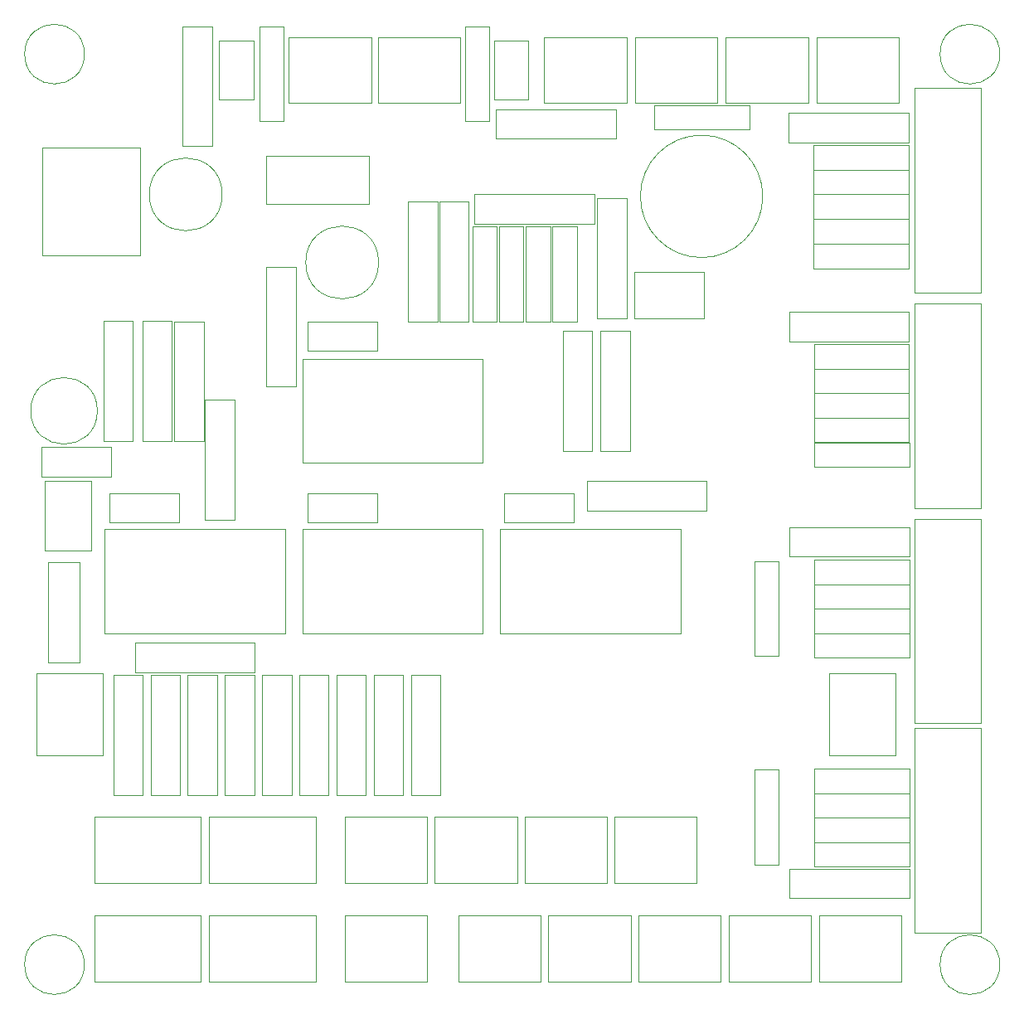
<source format=gbr>
%TF.GenerationSoftware,KiCad,Pcbnew,9.0.3*%
%TF.CreationDate,2025-08-27T16:44:28+03:00*%
%TF.ProjectId,Controller,436f6e74-726f-46c6-9c65-722e6b696361,1.0*%
%TF.SameCoordinates,Original*%
%TF.FileFunction,Other,User*%
%FSLAX46Y46*%
G04 Gerber Fmt 4.6, Leading zero omitted, Abs format (unit mm)*
G04 Created by KiCad (PCBNEW 9.0.3) date 2025-08-27 16:44:28*
%MOMM*%
%LPD*%
G01*
G04 APERTURE LIST*
%ADD10C,0.050000*%
G04 APERTURE END LIST*
%TO.C,R8*%
D10*
X108778125Y-98295000D02*
X105778125Y-98295000D01*
X105778125Y-110555000D01*
X108778125Y-110555000D01*
X108778125Y-98295000D01*
%TO.C,R12*%
X131265000Y-49200000D02*
X143525000Y-49200000D01*
X143525000Y-52200000D01*
X131265000Y-52200000D01*
X131265000Y-49200000D01*
%TO.C,U2*%
X133880000Y-94040000D02*
X152290000Y-94040000D01*
X152290000Y-83380000D01*
X133880000Y-83380000D01*
X133880000Y-94040000D01*
%TO.C,J19*%
X86550000Y-98125000D02*
X86550000Y-106525000D01*
X86550000Y-106525000D02*
X93300000Y-106525000D01*
X93300000Y-98125000D02*
X86550000Y-98125000D01*
X93300000Y-106525000D02*
X93300000Y-98125000D01*
%TO.C,U5*%
X109960000Y-45250000D02*
X109960000Y-50160000D01*
X109960000Y-50160000D02*
X120460000Y-50160000D01*
X120460000Y-45250000D02*
X109960000Y-45250000D01*
X120460000Y-50160000D02*
X120460000Y-45250000D01*
%TO.C,J18*%
X129600000Y-122850000D02*
X129600000Y-129600000D01*
X129600000Y-129600000D02*
X138000000Y-129600000D01*
X138000000Y-122850000D02*
X129600000Y-122850000D01*
X138000000Y-129600000D02*
X138000000Y-122850000D01*
%TO.C,R3*%
X108830000Y-98020000D02*
X96570000Y-98020000D01*
X96570000Y-95020000D01*
X108830000Y-95020000D01*
X108830000Y-98020000D01*
%TO.C,D16*%
X165931667Y-86550666D02*
X165931667Y-89050666D01*
X165931667Y-89050666D02*
X175651667Y-89050666D01*
X175651667Y-86550666D02*
X165931667Y-86550666D01*
X175651667Y-89050666D02*
X175651667Y-86550666D01*
%TO.C,Q1*%
X147550000Y-57155000D02*
X147550000Y-61895000D01*
X147550000Y-57155000D02*
X154650000Y-57155000D01*
X154650000Y-61895000D02*
X147550000Y-61895000D01*
X154650000Y-61895000D02*
X154650000Y-57155000D01*
%TO.C,J15*%
X166443750Y-122850000D02*
X166443750Y-129600000D01*
X166443750Y-129600000D02*
X174843750Y-129600000D01*
X174843750Y-122850000D02*
X166443750Y-122850000D01*
X174843750Y-129600000D02*
X174843750Y-122850000D01*
%TO.C,R25*%
X96375000Y-62170000D02*
X93375000Y-62170000D01*
X93375000Y-74430000D01*
X96375000Y-74430000D01*
X96375000Y-62170000D01*
%TO.C,D11*%
X133775000Y-52485000D02*
X133775000Y-62205000D01*
X133775000Y-62205000D02*
X136275000Y-62205000D01*
X136275000Y-52485000D02*
X133775000Y-52485000D01*
X136275000Y-62205000D02*
X136275000Y-52485000D01*
%TO.C,J6*%
X176200000Y-103700000D02*
X176200000Y-124600000D01*
X176200000Y-124600000D02*
X182950000Y-124600000D01*
X182950000Y-103700000D02*
X176200000Y-103700000D01*
X182950000Y-124600000D02*
X182950000Y-103700000D01*
%TO.C,R19*%
X142714000Y-78510000D02*
X154974000Y-78510000D01*
X154974000Y-81510000D01*
X142714000Y-81510000D01*
X142714000Y-78510000D01*
%TO.C,U4*%
X113695000Y-76655000D02*
X132105000Y-76655000D01*
X132105000Y-65995000D01*
X113695000Y-65995000D01*
X113695000Y-76655000D01*
%TO.C,R23*%
X120168750Y-98295000D02*
X117168750Y-98295000D01*
X117168750Y-110555000D01*
X120168750Y-110555000D01*
X120168750Y-98295000D01*
%TO.C,D17*%
X165940000Y-107875000D02*
X165940000Y-110375000D01*
X165940000Y-110375000D02*
X175660000Y-110375000D01*
X175660000Y-107875000D02*
X165940000Y-107875000D01*
X175660000Y-110375000D02*
X175660000Y-107875000D01*
%TO.C,D13*%
X136500000Y-52485000D02*
X136500000Y-62205000D01*
X136500000Y-62205000D02*
X139000000Y-62205000D01*
X139000000Y-52485000D02*
X136500000Y-52485000D01*
X139000000Y-62205000D02*
X139000000Y-52485000D01*
%TO.C,R2*%
X163383333Y-61221167D02*
X175643333Y-61221167D01*
X175643333Y-64221167D01*
X163383333Y-64221167D01*
X163383333Y-61221167D01*
%TO.C,R10*%
X104981250Y-98295000D02*
X101981250Y-98295000D01*
X101981250Y-110555000D01*
X104981250Y-110555000D01*
X104981250Y-98295000D01*
%TO.C,D23*%
X165940000Y-110375000D02*
X165940000Y-112875000D01*
X165940000Y-112875000D02*
X175660000Y-112875000D01*
X175660000Y-110375000D02*
X165940000Y-110375000D01*
X175660000Y-112875000D02*
X175660000Y-110375000D01*
%TO.C,D2*%
X165923333Y-64537834D02*
X165923333Y-67037834D01*
X165923333Y-67037834D02*
X175643333Y-67037834D01*
X175643333Y-64537834D02*
X165923333Y-64537834D01*
X175643333Y-67037834D02*
X175643333Y-64537834D01*
%TO.C,J4*%
X136375000Y-112775000D02*
X136375000Y-119525000D01*
X136375000Y-119525000D02*
X144775000Y-119525000D01*
X144775000Y-112775000D02*
X136375000Y-112775000D01*
X144775000Y-119525000D02*
X144775000Y-112775000D01*
%TO.C,R22*%
X97387500Y-98295000D02*
X94387500Y-98295000D01*
X94387500Y-110555000D01*
X97387500Y-110555000D01*
X97387500Y-98295000D01*
%TO.C,D29*%
X159825000Y-86665000D02*
X159825000Y-96385000D01*
X159825000Y-96385000D02*
X162325000Y-96385000D01*
X162325000Y-86665000D02*
X159825000Y-86665000D01*
X162325000Y-96385000D02*
X162325000Y-86665000D01*
%TO.C,Q2*%
X87390000Y-85610000D02*
X87390000Y-78510000D01*
X87390000Y-85610000D02*
X92130000Y-85610000D01*
X92130000Y-78510000D02*
X87390000Y-78510000D01*
X92130000Y-78510000D02*
X92130000Y-85610000D01*
%TO.C,R6*%
X100608000Y-74456000D02*
X103608000Y-74456000D01*
X103608000Y-62196000D01*
X100608000Y-62196000D01*
X100608000Y-74456000D01*
%TO.C,J2*%
X176208333Y-60346167D02*
X176208333Y-81246167D01*
X176208333Y-81246167D02*
X182958333Y-81246167D01*
X182958333Y-60346167D02*
X176208333Y-60346167D01*
X182958333Y-81246167D02*
X182958333Y-60346167D01*
%TO.C,R18*%
X143280000Y-63160000D02*
X140280000Y-63160000D01*
X140280000Y-75420000D01*
X143280000Y-75420000D01*
X143280000Y-63160000D01*
%TO.C,D4*%
X165865000Y-51725000D02*
X165865000Y-54225000D01*
X165865000Y-54225000D02*
X175585000Y-54225000D01*
X175585000Y-51725000D02*
X165865000Y-51725000D01*
X175585000Y-54225000D02*
X175585000Y-51725000D01*
%TO.C,D10*%
X92425000Y-112775000D02*
X92425000Y-119525000D01*
X92425000Y-119525000D02*
X103325000Y-119525000D01*
X103325000Y-112775000D02*
X92425000Y-112775000D01*
X103325000Y-119525000D02*
X103325000Y-112775000D01*
%TO.C,D22*%
X165931667Y-89050666D02*
X165931667Y-91550666D01*
X165931667Y-91550666D02*
X175651667Y-91550666D01*
X175651667Y-89050666D02*
X165931667Y-89050666D01*
X175651667Y-91550666D02*
X175651667Y-89050666D01*
%TO.C,J7*%
X87157500Y-44475000D02*
X87157500Y-55475000D01*
X87157500Y-55475000D02*
X97157500Y-55475000D01*
X97157500Y-44475000D02*
X87157500Y-44475000D01*
X97157500Y-55475000D02*
X97157500Y-44475000D01*
%TO.C,D21*%
X165940000Y-115375000D02*
X165940000Y-117875000D01*
X165940000Y-117875000D02*
X175660000Y-117875000D01*
X175660000Y-115375000D02*
X165940000Y-115375000D01*
X175660000Y-117875000D02*
X175660000Y-115375000D01*
%TO.C,R16*%
X163400000Y-118075000D02*
X175660000Y-118075000D01*
X175660000Y-121075000D01*
X163400000Y-121075000D01*
X163400000Y-118075000D01*
%TO.C,U3*%
X113680000Y-94040000D02*
X132090000Y-94040000D01*
X132090000Y-83380000D01*
X113680000Y-83380000D01*
X113680000Y-94040000D01*
%TO.C,R21*%
X123965625Y-98295000D02*
X120965625Y-98295000D01*
X120965625Y-110555000D01*
X123965625Y-110555000D01*
X123965625Y-98295000D01*
%TO.C,R4*%
X106750000Y-70170000D02*
X103750000Y-70170000D01*
X103750000Y-82430000D01*
X106750000Y-82430000D01*
X106750000Y-70170000D01*
%TO.C,D27*%
X165940000Y-74575000D02*
X165940000Y-77075000D01*
X165940000Y-77075000D02*
X175660000Y-77075000D01*
X175660000Y-74575000D02*
X165940000Y-74575000D01*
X175660000Y-77075000D02*
X175660000Y-74575000D01*
%TO.C,R7*%
X116371875Y-98295000D02*
X113371875Y-98295000D01*
X113371875Y-110555000D01*
X116371875Y-110555000D01*
X116371875Y-98295000D01*
%TO.C,J10*%
X166193750Y-33150000D02*
X166193750Y-39900000D01*
X166193750Y-39900000D02*
X174593750Y-39900000D01*
X174593750Y-33150000D02*
X166193750Y-33150000D01*
X174593750Y-39900000D02*
X174593750Y-33150000D01*
%TO.C,R28*%
X145705000Y-43550000D02*
X133445000Y-43550000D01*
X133445000Y-40550000D01*
X145705000Y-40550000D01*
X145705000Y-43550000D01*
%TO.C,R27*%
X101475000Y-44315000D02*
X104475000Y-44315000D01*
X104475000Y-32055000D01*
X101475000Y-32055000D01*
X101475000Y-44315000D01*
%TO.C,H4*%
X184900000Y-127875000D02*
G75*
G02*
X178800000Y-127875000I-3050000J0D01*
G01*
X178800000Y-127875000D02*
G75*
G02*
X184900000Y-127875000I3050000J0D01*
G01*
%TO.C,D8*%
X165923333Y-67037834D02*
X165923333Y-69537834D01*
X165923333Y-69537834D02*
X175643333Y-69537834D01*
X175643333Y-67037834D02*
X165923333Y-67037834D01*
X175643333Y-69537834D02*
X175643333Y-67037834D01*
%TO.C,J11*%
X156925000Y-33150000D02*
X156925000Y-39900000D01*
X156925000Y-39900000D02*
X165325000Y-39900000D01*
X165325000Y-33150000D02*
X156925000Y-33150000D01*
X165325000Y-39900000D02*
X165325000Y-33150000D01*
%TO.C,J21*%
X112300000Y-33150000D02*
X112300000Y-39900000D01*
X112300000Y-39900000D02*
X120700000Y-39900000D01*
X120700000Y-33150000D02*
X112300000Y-33150000D01*
X120700000Y-39900000D02*
X120700000Y-33150000D01*
%TO.C,D20*%
X165940000Y-112875000D02*
X165940000Y-115375000D01*
X165940000Y-115375000D02*
X175660000Y-115375000D01*
X175660000Y-112875000D02*
X165940000Y-112875000D01*
X175660000Y-115375000D02*
X175660000Y-112875000D01*
%TO.C,JP2*%
X133230000Y-33480000D02*
X133230000Y-39570000D01*
X133230000Y-39570000D02*
X136770000Y-39570000D01*
X136770000Y-33480000D02*
X133230000Y-33480000D01*
X136770000Y-39570000D02*
X136770000Y-33480000D01*
%TO.C,C6*%
X121470000Y-56175000D02*
G75*
G02*
X114030000Y-56175000I-3720000J0D01*
G01*
X114030000Y-56175000D02*
G75*
G02*
X121470000Y-56175000I3720000J0D01*
G01*
%TO.C,D31*%
X130300000Y-32055000D02*
X130300000Y-41775000D01*
X130300000Y-41775000D02*
X132800000Y-41775000D01*
X132800000Y-32055000D02*
X130300000Y-32055000D01*
X132800000Y-41775000D02*
X132800000Y-32055000D01*
%TO.C,D15*%
X118025000Y-122850000D02*
X118025000Y-129600000D01*
X118025000Y-129600000D02*
X126425000Y-129600000D01*
X126425000Y-122850000D02*
X118025000Y-122850000D01*
X126425000Y-129600000D02*
X126425000Y-122850000D01*
%TO.C,D5*%
X165923333Y-69537834D02*
X165923333Y-72037834D01*
X165923333Y-72037834D02*
X175643333Y-72037834D01*
X175643333Y-69537834D02*
X165923333Y-69537834D01*
X175643333Y-72037834D02*
X175643333Y-69537834D01*
%TO.C,D7*%
X165865000Y-46725000D02*
X165865000Y-49225000D01*
X165865000Y-49225000D02*
X175585000Y-49225000D01*
X175585000Y-46725000D02*
X165865000Y-46725000D01*
X175585000Y-49225000D02*
X175585000Y-46725000D01*
%TO.C,J8*%
X118025000Y-112775000D02*
X118025000Y-119525000D01*
X118025000Y-119525000D02*
X126425000Y-119525000D01*
X126425000Y-112775000D02*
X118025000Y-112775000D01*
X126425000Y-119525000D02*
X126425000Y-112775000D01*
%TO.C,R5*%
X110006000Y-68868000D02*
X113006000Y-68868000D01*
X113006000Y-56608000D01*
X110006000Y-56608000D01*
X110006000Y-68868000D01*
%TO.C,D30*%
X87750000Y-86740000D02*
X87750000Y-97060000D01*
X87750000Y-97060000D02*
X90950000Y-97060000D01*
X90950000Y-86740000D02*
X87750000Y-86740000D01*
X90950000Y-97060000D02*
X90950000Y-86740000D01*
%TO.C,J16*%
X157232813Y-122850000D02*
X157232813Y-129600000D01*
X157232813Y-129600000D02*
X165632813Y-129600000D01*
X165632813Y-122850000D02*
X157232813Y-122850000D01*
X165632813Y-129600000D02*
X165632813Y-122850000D01*
%TO.C,D32*%
X109300000Y-32055000D02*
X109300000Y-41775000D01*
X109300000Y-41775000D02*
X111800000Y-41775000D01*
X111800000Y-32055000D02*
X109300000Y-32055000D01*
X111800000Y-41775000D02*
X111800000Y-32055000D01*
%TO.C,D25*%
X92425000Y-122850000D02*
X92425000Y-129600000D01*
X92425000Y-129600000D02*
X103325000Y-129600000D01*
X103325000Y-122850000D02*
X92425000Y-122850000D01*
X103325000Y-129600000D02*
X103325000Y-122850000D01*
%TO.C,U1*%
X93490000Y-94040000D02*
X111900000Y-94040000D01*
X111900000Y-83380000D01*
X93490000Y-83380000D01*
X93490000Y-94040000D01*
%TO.C,C8*%
X87025000Y-75050000D02*
X94125000Y-75050000D01*
X94125000Y-78050000D01*
X87025000Y-78050000D01*
X87025000Y-75050000D01*
%TO.C,D18*%
X165931667Y-91550666D02*
X165931667Y-94050666D01*
X165931667Y-94050666D02*
X175651667Y-94050666D01*
X175651667Y-91550666D02*
X165931667Y-91550666D01*
X175651667Y-94050666D02*
X175651667Y-91550666D01*
%TO.C,JP1*%
X105155000Y-33480000D02*
X105155000Y-39570000D01*
X105155000Y-39570000D02*
X108695000Y-39570000D01*
X108695000Y-33480000D02*
X105155000Y-33480000D01*
X108695000Y-39570000D02*
X108695000Y-33480000D01*
%TO.C,H3*%
X184900000Y-34900000D02*
G75*
G02*
X178800000Y-34900000I-3050000J0D01*
G01*
X178800000Y-34900000D02*
G75*
G02*
X184900000Y-34900000I3050000J0D01*
G01*
%TO.C,R26*%
X100350000Y-62170000D02*
X97350000Y-62170000D01*
X97350000Y-74430000D01*
X100350000Y-74430000D01*
X100350000Y-62170000D01*
%TO.C,D24*%
X104150000Y-122850000D02*
X104150000Y-129600000D01*
X104150000Y-129600000D02*
X115050000Y-129600000D01*
X115050000Y-122850000D02*
X104150000Y-122850000D01*
X115050000Y-129600000D02*
X115050000Y-122850000D01*
%TO.C,J13*%
X138387500Y-33150000D02*
X138387500Y-39900000D01*
X138387500Y-39900000D02*
X146787500Y-39900000D01*
X146787500Y-33150000D02*
X138387500Y-33150000D01*
X146787500Y-39900000D02*
X146787500Y-33150000D01*
%TO.C,J3*%
X145550000Y-112775000D02*
X145550000Y-119525000D01*
X145550000Y-119525000D02*
X153950000Y-119525000D01*
X153950000Y-112775000D02*
X145550000Y-112775000D01*
X153950000Y-119525000D02*
X153950000Y-112775000D01*
%TO.C,D14*%
X131050000Y-52485000D02*
X131050000Y-62205000D01*
X131050000Y-62205000D02*
X133550000Y-62205000D01*
X133550000Y-52485000D02*
X131050000Y-52485000D01*
X133550000Y-62205000D02*
X133550000Y-52485000D01*
%TO.C,J17*%
X138810938Y-122850000D02*
X138810938Y-129600000D01*
X138810938Y-129600000D02*
X147210938Y-129600000D01*
X147210938Y-122850000D02*
X138810938Y-122850000D01*
X147210938Y-129600000D02*
X147210938Y-122850000D01*
%TO.C,R14*%
X127762500Y-98295000D02*
X124762500Y-98295000D01*
X124762500Y-110555000D01*
X127762500Y-110555000D01*
X127762500Y-98295000D01*
%TO.C,J5*%
X176216667Y-82342333D02*
X176216667Y-103242333D01*
X176216667Y-103242333D02*
X182966667Y-103242333D01*
X182966667Y-82342333D02*
X176216667Y-82342333D01*
X182966667Y-103242333D02*
X182966667Y-82342333D01*
%TO.C,C4*%
X114235000Y-79750000D02*
X121335000Y-79750000D01*
X121335000Y-82750000D01*
X114235000Y-82750000D01*
X114235000Y-79750000D01*
%TO.C,J14*%
X148021875Y-122850000D02*
X148021875Y-129600000D01*
X148021875Y-129600000D02*
X156421875Y-129600000D01*
X156421875Y-122850000D02*
X148021875Y-122850000D01*
X156421875Y-129600000D02*
X156421875Y-122850000D01*
%TO.C,R11*%
X130675000Y-49945000D02*
X127675000Y-49945000D01*
X127675000Y-62205000D01*
X130675000Y-62205000D01*
X130675000Y-49945000D01*
%TO.C,BZ1*%
X160700000Y-49425000D02*
G75*
G02*
X148200000Y-49425000I-6250000J0D01*
G01*
X148200000Y-49425000D02*
G75*
G02*
X160700000Y-49425000I6250000J0D01*
G01*
%TO.C,J1*%
X176200000Y-38375000D02*
X176200000Y-59275000D01*
X176200000Y-59275000D02*
X182950000Y-59275000D01*
X182950000Y-38375000D02*
X176200000Y-38375000D01*
X182950000Y-59275000D02*
X182950000Y-38375000D01*
%TO.C,R20*%
X124484000Y-62205000D02*
X127484000Y-62205000D01*
X127484000Y-49945000D01*
X124484000Y-49945000D01*
X124484000Y-62205000D01*
%TO.C,C3*%
X114250000Y-62200000D02*
X121350000Y-62200000D01*
X121350000Y-65200000D01*
X114250000Y-65200000D01*
X114250000Y-62200000D01*
%TO.C,R9*%
X112575000Y-98295000D02*
X109575000Y-98295000D01*
X109575000Y-110555000D01*
X112575000Y-110555000D01*
X112575000Y-98295000D01*
%TO.C,D26*%
X165865000Y-54275000D02*
X165865000Y-56775000D01*
X165865000Y-56775000D02*
X175585000Y-56775000D01*
X175585000Y-54275000D02*
X165865000Y-54275000D01*
X175585000Y-56775000D02*
X175585000Y-54275000D01*
%TO.C,C7*%
X92750000Y-71325000D02*
G75*
G02*
X85950000Y-71325000I-3400000J0D01*
G01*
X85950000Y-71325000D02*
G75*
G02*
X92750000Y-71325000I3400000J0D01*
G01*
%TO.C,J12*%
X147656250Y-33150000D02*
X147656250Y-39900000D01*
X147656250Y-39900000D02*
X156056250Y-39900000D01*
X156056250Y-33150000D02*
X147656250Y-33150000D01*
X156056250Y-39900000D02*
X156056250Y-33150000D01*
%TO.C,D6*%
X165923333Y-72037834D02*
X165923333Y-74537834D01*
X165923333Y-74537834D02*
X175643333Y-74537834D01*
X175643333Y-72037834D02*
X165923333Y-72037834D01*
X175643333Y-74537834D02*
X175643333Y-72037834D01*
%TO.C,C1*%
X94000000Y-79750000D02*
X101100000Y-79750000D01*
X101100000Y-82750000D01*
X94000000Y-82750000D01*
X94000000Y-79750000D01*
%TO.C,R1*%
X163325000Y-40900000D02*
X175585000Y-40900000D01*
X175585000Y-43900000D01*
X163325000Y-43900000D01*
X163325000Y-40900000D01*
%TO.C,C2*%
X134300000Y-79750000D02*
X141400000Y-79750000D01*
X141400000Y-82750000D01*
X134300000Y-82750000D01*
X134300000Y-79750000D01*
%TO.C,D33*%
X149620000Y-40120000D02*
X149620000Y-42620000D01*
X149620000Y-42620000D02*
X159340000Y-42620000D01*
X159340000Y-40120000D02*
X149620000Y-40120000D01*
X159340000Y-42620000D02*
X159340000Y-40120000D01*
%TO.C,D1*%
X165865000Y-44225000D02*
X165865000Y-46725000D01*
X165865000Y-46725000D02*
X175585000Y-46725000D01*
X175585000Y-44225000D02*
X165865000Y-44225000D01*
X175585000Y-46725000D02*
X175585000Y-44225000D01*
%TO.C,D9*%
X104150000Y-112775000D02*
X104150000Y-119525000D01*
X104150000Y-119525000D02*
X115050000Y-119525000D01*
X115050000Y-112775000D02*
X104150000Y-112775000D01*
X115050000Y-119525000D02*
X115050000Y-112775000D01*
%TO.C,C5*%
X105495000Y-49222349D02*
G75*
G02*
X98055000Y-49222349I-3720000J0D01*
G01*
X98055000Y-49222349D02*
G75*
G02*
X105495000Y-49222349I3720000J0D01*
G01*
%TO.C,D28*%
X159825000Y-107940000D02*
X159825000Y-117660000D01*
X159825000Y-117660000D02*
X162325000Y-117660000D01*
X162325000Y-107940000D02*
X159825000Y-107940000D01*
X162325000Y-117660000D02*
X162325000Y-107940000D01*
%TO.C,D19*%
X165931667Y-94050666D02*
X165931667Y-96550666D01*
X165931667Y-96550666D02*
X175651667Y-96550666D01*
X175651667Y-94050666D02*
X165931667Y-94050666D01*
X175651667Y-96550666D02*
X175651667Y-94050666D01*
%TO.C,R24*%
X101184375Y-98295000D02*
X98184375Y-98295000D01*
X98184375Y-110555000D01*
X101184375Y-110555000D01*
X101184375Y-98295000D01*
%TO.C,H1*%
X91425000Y-127875000D02*
G75*
G02*
X85325000Y-127875000I-3050000J0D01*
G01*
X85325000Y-127875000D02*
G75*
G02*
X91425000Y-127875000I3050000J0D01*
G01*
%TO.C,D3*%
X165865000Y-49225000D02*
X165865000Y-51725000D01*
X165865000Y-51725000D02*
X175585000Y-51725000D01*
X175585000Y-49225000D02*
X165865000Y-49225000D01*
X175585000Y-51725000D02*
X175585000Y-49225000D01*
%TO.C,D12*%
X139225000Y-52485000D02*
X139225000Y-62205000D01*
X139225000Y-62205000D02*
X141725000Y-62205000D01*
X141725000Y-52485000D02*
X139225000Y-52485000D01*
X141725000Y-62205000D02*
X141725000Y-52485000D01*
%TO.C,R13*%
X146800000Y-49620000D02*
X143800000Y-49620000D01*
X143800000Y-61880000D01*
X146800000Y-61880000D01*
X146800000Y-49620000D01*
%TO.C,H2*%
X91425000Y-34900000D02*
G75*
G02*
X85325000Y-34900000I-3050000J0D01*
G01*
X85325000Y-34900000D02*
G75*
G02*
X91425000Y-34900000I3050000J0D01*
G01*
%TO.C,J22*%
X121425000Y-33150000D02*
X121425000Y-39900000D01*
X121425000Y-39900000D02*
X129825000Y-39900000D01*
X129825000Y-33150000D02*
X121425000Y-33150000D01*
X129825000Y-39900000D02*
X129825000Y-33150000D01*
%TO.C,J9*%
X127200000Y-112775000D02*
X127200000Y-119525000D01*
X127200000Y-119525000D02*
X135600000Y-119525000D01*
X135600000Y-112775000D02*
X127200000Y-112775000D01*
X135600000Y-119525000D02*
X135600000Y-112775000D01*
%TO.C,R15*%
X163391667Y-83192333D02*
X175651667Y-83192333D01*
X175651667Y-86192333D01*
X163391667Y-86192333D01*
X163391667Y-83192333D01*
%TO.C,R17*%
X147130000Y-63160000D02*
X144130000Y-63160000D01*
X144130000Y-75420000D01*
X147130000Y-75420000D01*
X147130000Y-63160000D01*
%TO.C,J20*%
X167500000Y-98125000D02*
X167500000Y-106525000D01*
X167500000Y-106525000D02*
X174250000Y-106525000D01*
X174250000Y-98125000D02*
X167500000Y-98125000D01*
X174250000Y-106525000D02*
X174250000Y-98125000D01*
%TD*%
M02*

</source>
